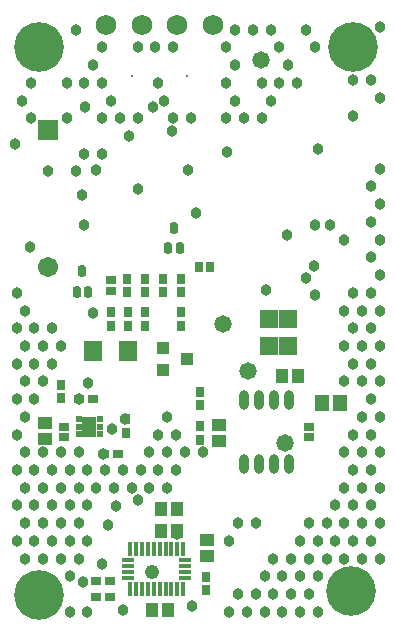
<source format=gbr>
%TF.GenerationSoftware,Altium Limited,Altium Designer,18.1.9 (240)*%
G04 Layer_Color=16711935*
%FSLAX26Y26*%
%MOIN*%
%TF.FileFunction,Soldermask,Bot*%
%TF.Part,Single*%
G01*
G75*
%TA.AperFunction,SMDPad,CuDef*%
%ADD57R,0.017843X0.046386*%
%ADD58R,0.042449X0.017843*%
%ADD59R,0.031622X0.037528*%
%ADD60R,0.037528X0.031622*%
%ADD61R,0.033197X0.031622*%
%ADD62R,0.045795X0.070992*%
%TA.AperFunction,BGAPad,CuDef*%
%ADD63R,0.023748X0.023748*%
%TA.AperFunction,SMDPad,CuDef*%
%ADD64R,0.047370X0.043433*%
%ADD65R,0.045402X0.057213*%
%ADD66R,0.059181X0.063118*%
%ADD67R,0.031622X0.033197*%
G04:AMPARAMS|DCode=68|XSize=27.685mil|YSize=37.528mil|CornerRadius=8.921mil|HoleSize=0mil|Usage=FLASHONLY|Rotation=0.000|XOffset=0mil|YOffset=0mil|HoleType=Round|Shape=RoundedRectangle|*
%AMROUNDEDRECTD68*
21,1,0.027685,0.019685,0,0,0.0*
21,1,0.009843,0.037528,0,0,0.0*
1,1,0.017842,0.004921,-0.009843*
1,1,0.017842,-0.004921,-0.009843*
1,1,0.017842,-0.004921,0.009843*
1,1,0.017842,0.004921,0.009843*
%
%ADD68ROUNDEDRECTD68*%
%ADD69R,0.043433X0.047370*%
%ADD70O,0.031622X0.065087*%
%ADD71R,0.061150X0.065087*%
%ADD72R,0.043433X0.039496*%
%TA.AperFunction,ComponentPad*%
%ADD73C,0.008000*%
%ADD74C,0.068000*%
%ADD75R,0.067055X0.067055*%
%ADD76C,0.067055*%
%TA.AperFunction,ViaPad*%
%ADD77C,0.165480*%
%ADD78C,0.038000*%
%ADD79C,0.048000*%
%ADD80C,0.058000*%
D57*
X417777Y145276D02*
D03*
X437462D02*
D03*
X457147D02*
D03*
X476832D02*
D03*
X496517D02*
D03*
X516202D02*
D03*
X535887D02*
D03*
X555572D02*
D03*
X575257D02*
D03*
X594942D02*
D03*
X417777Y275906D02*
D03*
X437462D02*
D03*
X457147D02*
D03*
X476832D02*
D03*
X496517D02*
D03*
X516202D02*
D03*
X535887D02*
D03*
X555572D02*
D03*
X575257D02*
D03*
X594942D02*
D03*
D58*
X411871Y181102D02*
D03*
X600848D02*
D03*
X411871Y200787D02*
D03*
X600848D02*
D03*
X411871Y220472D02*
D03*
X600848D02*
D03*
X411871Y240157D02*
D03*
X600848D02*
D03*
D59*
X186706Y779528D02*
D03*
Y824803D02*
D03*
X405512Y709255D02*
D03*
Y663980D02*
D03*
X650000Y755669D02*
D03*
Y800945D02*
D03*
Y641496D02*
D03*
Y686772D02*
D03*
X468937Y1133110D02*
D03*
Y1178386D02*
D03*
X408937Y1133110D02*
D03*
Y1178386D02*
D03*
X352608Y1020748D02*
D03*
Y1066024D02*
D03*
X411683Y1020748D02*
D03*
Y1066024D02*
D03*
X468937Y1020748D02*
D03*
Y1066024D02*
D03*
X588937Y1133110D02*
D03*
Y1178386D02*
D03*
Y1020748D02*
D03*
Y1066024D02*
D03*
X670600Y185039D02*
D03*
Y139764D02*
D03*
X528937Y1178386D02*
D03*
Y1133110D02*
D03*
D60*
X247897Y778304D02*
D03*
X293173D02*
D03*
X330711Y594488D02*
D03*
X375986D02*
D03*
X305689Y118110D02*
D03*
X350964D02*
D03*
X305689Y169291D02*
D03*
X350964D02*
D03*
D61*
X197018Y684252D02*
D03*
Y649606D02*
D03*
X352608Y1173032D02*
D03*
Y1138386D02*
D03*
X1015729Y684095D02*
D03*
Y649449D02*
D03*
D62*
X282028Y685039D02*
D03*
D63*
X247382Y659449D02*
D03*
Y685039D02*
D03*
Y710630D02*
D03*
X316673Y659449D02*
D03*
Y685039D02*
D03*
Y710630D02*
D03*
D64*
X133858Y643547D02*
D03*
Y696696D02*
D03*
X715000Y638622D02*
D03*
Y691772D02*
D03*
X673228Y307254D02*
D03*
Y254105D02*
D03*
D65*
X1056975Y763779D02*
D03*
X1117999D02*
D03*
D66*
X944882Y1043307D02*
D03*
X881890D02*
D03*
X944882Y952756D02*
D03*
X881890D02*
D03*
D67*
X648937Y1218386D02*
D03*
X683583D02*
D03*
D68*
X563937Y1347441D02*
D03*
X544252Y1279331D02*
D03*
X583622D02*
D03*
X258937Y1203386D02*
D03*
X239252Y1135276D02*
D03*
X278622D02*
D03*
D69*
X976378Y854331D02*
D03*
X923228D02*
D03*
X519685Y409616D02*
D03*
X572835D02*
D03*
X519685Y336782D02*
D03*
X572835D02*
D03*
X491169Y74803D02*
D03*
X544319D02*
D03*
D70*
X798829Y774055D02*
D03*
X848829D02*
D03*
X898829D02*
D03*
X948829D02*
D03*
X798829Y559488D02*
D03*
X848829D02*
D03*
X898829D02*
D03*
X948829D02*
D03*
D71*
X295541Y936919D02*
D03*
X411683D02*
D03*
D72*
X528937Y873583D02*
D03*
Y948386D02*
D03*
X607677Y910984D02*
D03*
D73*
X608722Y1852882D02*
D03*
X423683D02*
D03*
D74*
X693367Y2022961D02*
D03*
X575257D02*
D03*
X457147D02*
D03*
X339037D02*
D03*
D75*
X145581Y1674213D02*
D03*
D76*
Y1215551D02*
D03*
D77*
X1161417Y1948819D02*
D03*
X114173D02*
D03*
X1153543Y136134D02*
D03*
X114173Y123478D02*
D03*
D78*
X401839Y708661D02*
D03*
X393701Y74803D02*
D03*
X1250000Y2016811D02*
D03*
X1220472Y1839645D02*
D03*
X1250000Y1780590D02*
D03*
Y1544370D02*
D03*
X1220472Y1485315D02*
D03*
X1250000Y1426259D02*
D03*
X1220472Y1367204D02*
D03*
X1250000Y1308149D02*
D03*
X1220472Y1249094D02*
D03*
X1250000Y1190039D02*
D03*
X1220472Y1130984D02*
D03*
X1250000Y1071929D02*
D03*
X1220472Y1012874D02*
D03*
X1250000Y953819D02*
D03*
X1220472Y894764D02*
D03*
X1250000Y835708D02*
D03*
X1220472Y776653D02*
D03*
X1250000Y717598D02*
D03*
X1220472Y658543D02*
D03*
X1250000Y599488D02*
D03*
X1220472Y540433D02*
D03*
X1250000Y481378D02*
D03*
X1220472Y422323D02*
D03*
X1250000Y363268D02*
D03*
X1220472Y304213D02*
D03*
X1250000Y245157D02*
D03*
X1161417Y1839645D02*
D03*
Y1721535D02*
D03*
Y1130984D02*
D03*
X1190945Y1071929D02*
D03*
X1161417Y1012874D02*
D03*
X1190945Y953819D02*
D03*
X1161417Y894764D02*
D03*
X1190945Y835708D02*
D03*
Y717598D02*
D03*
X1161417Y658543D02*
D03*
X1190945Y599488D02*
D03*
X1161417Y540433D02*
D03*
X1190945Y481378D02*
D03*
X1161417Y422323D02*
D03*
X1190945Y363268D02*
D03*
X1161417Y304213D02*
D03*
X1190945Y245157D02*
D03*
X1131889Y1308149D02*
D03*
Y1071929D02*
D03*
Y953819D02*
D03*
Y835708D02*
D03*
Y599488D02*
D03*
Y481378D02*
D03*
X1102362Y422323D02*
D03*
X1131889Y363268D02*
D03*
X1102362Y304213D02*
D03*
X1131889Y245157D02*
D03*
X1072834Y363268D02*
D03*
X1043307Y304213D02*
D03*
X1072834Y245157D02*
D03*
X1043307Y186102D02*
D03*
Y67992D02*
D03*
X1013779Y363268D02*
D03*
X984252Y304213D02*
D03*
X1013779Y245157D02*
D03*
X984252Y186102D02*
D03*
X1013779Y127047D02*
D03*
X984252Y67992D02*
D03*
X954724Y245157D02*
D03*
X925197Y186102D02*
D03*
X954724Y127047D02*
D03*
X925197Y67992D02*
D03*
X895669Y245157D02*
D03*
X866141Y186102D02*
D03*
X895669Y127047D02*
D03*
X866141Y67992D02*
D03*
X836614Y363268D02*
D03*
Y127047D02*
D03*
X807086Y67992D02*
D03*
X777559Y363268D02*
D03*
X748031Y304213D02*
D03*
X777559Y127047D02*
D03*
X748031Y67992D02*
D03*
X659449Y599488D02*
D03*
X570866Y658543D02*
D03*
X600394Y599488D02*
D03*
X570866Y540433D02*
D03*
X541338Y717598D02*
D03*
X511811Y658543D02*
D03*
X541338Y599488D02*
D03*
X511811Y540433D02*
D03*
X541338Y481378D02*
D03*
X482283Y599488D02*
D03*
X452756Y540433D02*
D03*
X482283Y481378D02*
D03*
X393701Y540433D02*
D03*
X423228Y481378D02*
D03*
X334646Y540433D02*
D03*
X364173Y481378D02*
D03*
X275591Y540433D02*
D03*
X305118Y481378D02*
D03*
X275591Y422323D02*
D03*
Y304213D02*
D03*
Y67992D02*
D03*
X246063Y599488D02*
D03*
X216535Y540433D02*
D03*
X246063Y481378D02*
D03*
X216535Y422323D02*
D03*
X246063Y363268D02*
D03*
X216535Y304213D02*
D03*
X246063Y245157D02*
D03*
X216535Y186102D02*
D03*
Y67992D02*
D03*
X157480Y1012874D02*
D03*
X187008Y953819D02*
D03*
X157480Y894764D02*
D03*
X187008Y599488D02*
D03*
X157480Y540433D02*
D03*
X187008Y481378D02*
D03*
X157480Y422323D02*
D03*
X187008Y363268D02*
D03*
X157480Y304213D02*
D03*
X187008Y245157D02*
D03*
X98425Y1012874D02*
D03*
X127953Y953819D02*
D03*
X98425Y894764D02*
D03*
X127953Y835708D02*
D03*
X98425Y776653D02*
D03*
X127953Y599488D02*
D03*
X98425Y540433D02*
D03*
X127953Y481378D02*
D03*
X98425Y422323D02*
D03*
X127953Y363268D02*
D03*
X98425Y304213D02*
D03*
X127953Y245157D02*
D03*
X39370Y1130984D02*
D03*
X68898Y1071929D02*
D03*
X39370Y1012874D02*
D03*
X68898Y953819D02*
D03*
X39370Y894764D02*
D03*
X68898Y835708D02*
D03*
X39370Y776653D02*
D03*
X68898Y717598D02*
D03*
X39370Y658543D02*
D03*
X68898Y599488D02*
D03*
X39370Y540433D02*
D03*
X68898Y481378D02*
D03*
X39370Y422323D02*
D03*
X68898Y363268D02*
D03*
X39370Y304213D02*
D03*
X68898Y245157D02*
D03*
X356724Y676478D02*
D03*
X278527Y831771D02*
D03*
X327758Y594488D02*
D03*
X247897Y778304D02*
D03*
X511810Y1830705D02*
D03*
X572835Y326772D02*
D03*
X82677Y1283465D02*
D03*
X740158Y1600472D02*
D03*
X856299Y1712598D02*
D03*
X342519Y358267D02*
D03*
X1033464Y1358267D02*
D03*
X561023Y1712598D02*
D03*
X637794Y1397635D02*
D03*
X870079Y1141732D02*
D03*
X1082677Y1358268D02*
D03*
X559055Y1669291D02*
D03*
X1003937Y2007873D02*
D03*
X1033464Y1948818D02*
D03*
X1003937Y1181102D02*
D03*
X1033464Y1122047D02*
D03*
X944882Y1889763D02*
D03*
X974409Y1830708D02*
D03*
X885827Y2007873D02*
D03*
X915354Y1948818D02*
D03*
Y1830708D02*
D03*
X885827Y1771653D02*
D03*
X826771Y2007873D02*
D03*
X856299Y1830708D02*
D03*
X767716Y2007873D02*
D03*
Y1889763D02*
D03*
Y1771653D02*
D03*
X797244Y1712598D02*
D03*
X738189Y1948818D02*
D03*
Y1830708D02*
D03*
Y1712598D02*
D03*
X620078D02*
D03*
X561023Y1948818D02*
D03*
X531496Y1771653D02*
D03*
X501968Y1948818D02*
D03*
X442913D02*
D03*
Y1712598D02*
D03*
X413386Y1653543D02*
D03*
X442913Y1476378D02*
D03*
X354331Y1771653D02*
D03*
X383858Y1712598D02*
D03*
X324803Y1948818D02*
D03*
X295276Y1889763D02*
D03*
X324803Y1830708D02*
D03*
Y1712598D02*
D03*
Y1594488D02*
D03*
X295276Y1062992D02*
D03*
X236220Y2007873D02*
D03*
X265748Y1830708D02*
D03*
Y1594488D02*
D03*
X236220Y1535433D02*
D03*
X265748Y1358267D02*
D03*
X206693Y1830708D02*
D03*
Y1712598D02*
D03*
X88583Y1830708D02*
D03*
X59055Y1771653D02*
D03*
X88583Y1712598D02*
D03*
X258885Y1456032D02*
D03*
X144623Y1538435D02*
D03*
X939988Y1322144D02*
D03*
X1030539Y1219378D02*
D03*
X494961Y1751968D02*
D03*
X34476Y1626661D02*
D03*
X267743Y1751968D02*
D03*
X1045330Y1610236D02*
D03*
X259842Y165354D02*
D03*
X322835Y228346D02*
D03*
X444882Y440945D02*
D03*
X371919Y419045D02*
D03*
X623407Y86614D02*
D03*
X305118Y1539370D02*
D03*
X610236D02*
D03*
D79*
X492126Y200787D02*
D03*
D80*
X853068Y1905512D02*
D03*
X728346Y1027559D02*
D03*
X811024Y870079D02*
D03*
X881890Y952756D02*
D03*
X933071Y629921D02*
D03*
%TF.MD5,da80f7112524c228cc9e1affa27b280c*%
M02*

</source>
